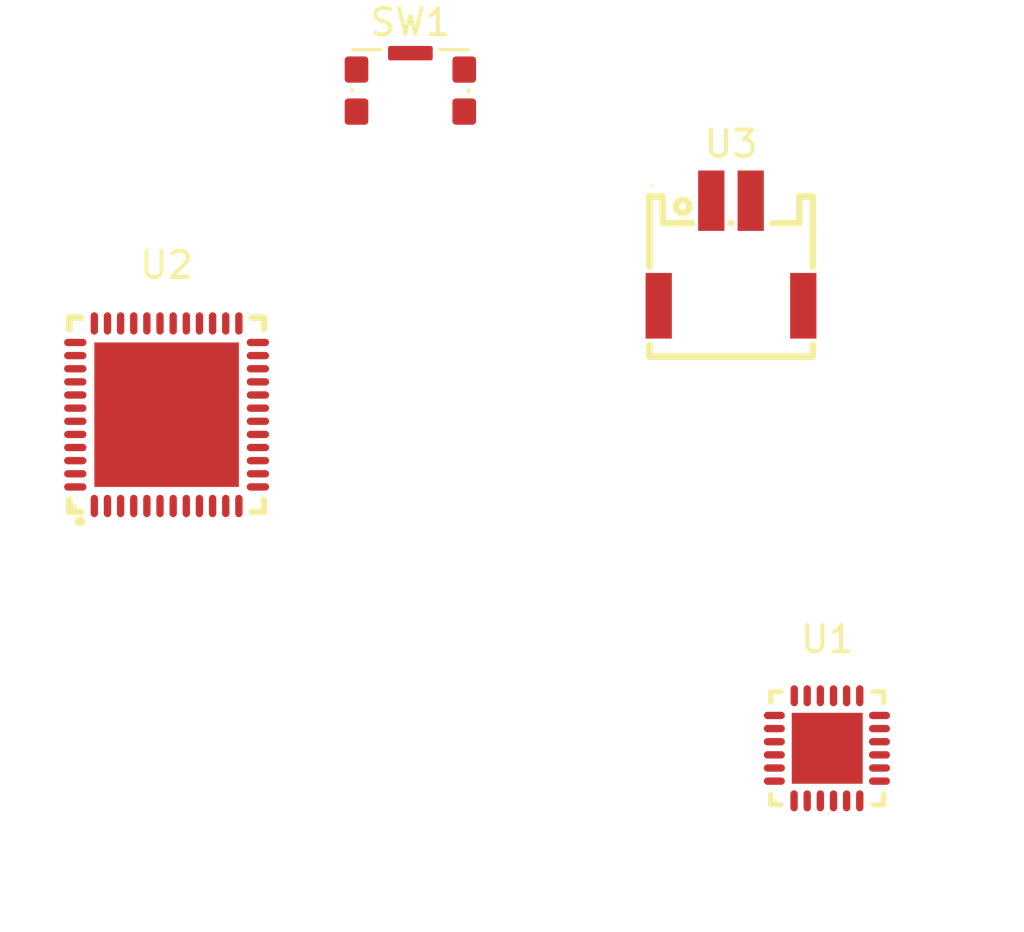
<source format=kicad_pcb>
(kicad_pcb (version 20240108) (generator "pcbnew") (generator_version "8.0")
  (layers (0 "F.Cu" signal) (31 "B.Cu" signal) (34 "B.Paste" user) (35 "F.Paste" user) (36 "B.SilkS" user "B.Silkscreen") (37 "F.SilkS" user "F.Silkscreen") (38 "B.Mask" user) (39 "F.Mask" user) (44 "Edge.Cuts" user))
  (net 0 "")
  (footprint "footprint_lib:QFN-24_L4.0-W4.0-P0.50-BL-EP2.7" (layer "F.Cu") (at 126.139873 68.07)
    (property "Reference" "U1" (at 0.012459 -4.150114 0) (layer "F.SilkS"))
    (property "Value" "MPU-6050_C24112")
    (fp_line (start -2.137617 -2.150114) (end -1.737643 -2.150114) (stroke (width 0.2)) (layer "F.SilkS"))
    (fp_line (start -2.137617 -1.750013) (end -2.137617 -2.150114) (stroke (width 0.2)) (layer "F.SilkS"))
    (fp_line (start -2.137617 2.150165) (end -2.137617 1.750064) (stroke (width 0.2)) (layer "F.SilkS"))
    (fp_line (start -1.737643 2.150165) (end -2.137617 2.150165) (stroke (width 0.2)) (layer "F.SilkS"))
    (fp_line (start 2.162535 -2.150114) (end 1.76251 -2.150114) (stroke (width 0.2)) (layer "F.SilkS"))
    (fp_line (start 2.162535 -1.750013) (end 2.162535 -2.150114) (stroke (width 0.2)) (layer "F.SilkS"))
    (fp_line (start 2.162535 1.750064) (end 2.162535 2.150165) (stroke (width 0.2)) (layer "F.SilkS"))
    (fp_line (start 2.162535 2.150165) (end 1.76251 2.150165) (stroke (width 0.2)) (layer "F.SilkS"))
    (fp_circle (center -2 2) (end -1.970028 2) (stroke (width 0.059995)) (fill none) (layer "F.SilkS"))
    (pad "1" smd oval (at -1.249936 2) (size 0.28001 0.8) (layers "F.Cu" "F.Paste" "F.Mask"))
    (pad "2" smd oval (at -0.750064 2) (size 0.28001 0.8) (layers "F.Cu" "F.Paste" "F.Mask"))
    (pad "3" smd oval (at -0.249936 2) (size 0.28001 0.8) (layers "F.Cu" "F.Paste" "F.Mask"))
    (pad "4" smd oval (at 0.249936 2) (size 0.28001 0.8) (layers "F.Cu" "F.Paste" "F.Mask"))
    (pad "5" smd oval (at 0.750064 2) (size 0.28001 0.8) (layers "F.Cu" "F.Paste" "F.Mask"))
    (pad "6" smd oval (at 1.249936 2) (size 0.28001 0.8) (layers "F.Cu" "F.Paste" "F.Mask"))
    (pad "7" smd oval (at 2 1.249936) (size 0.8 0.28001) (layers "F.Cu" "F.Paste" "F.Mask"))
    (pad "8" smd oval (at 2 0.750064) (size 0.8 0.28001) (layers "F.Cu" "F.Paste" "F.Mask"))
    (pad "9" smd oval (at 2 0.249936) (size 0.8 0.28001) (layers "F.Cu" "F.Paste" "F.Mask"))
    (pad "10" smd oval (at 2 -0.249936) (size 0.8 0.28001) (layers "F.Cu" "F.Paste" "F.Mask"))
    (pad "11" smd oval (at 2 -0.750064) (size 0.8 0.28001) (layers "F.Cu" "F.Paste" "F.Mask"))
    (pad "12" smd oval (at 2 -1.249936) (size 0.8 0.28001) (layers "F.Cu" "F.Paste" "F.Mask"))
    (pad "13" smd oval (at 1.249936 -2) (size 0.28001 0.8) (layers "F.Cu" "F.Paste" "F.Mask"))
    (pad "14" smd oval (at 0.750064 -2) (size 0.28001 0.8) (layers "F.Cu" "F.Paste" "F.Mask"))
    (pad "15" smd oval (at 0.249936 -2) (size 0.28001 0.8) (layers "F.Cu" "F.Paste" "F.Mask"))
    (pad "16" smd oval (at -0.249936 -2) (size 0.28001 0.8) (layers "F.Cu" "F.Paste" "F.Mask"))
    (pad "17" smd oval (at -0.750064 -2) (size 0.28001 0.8) (layers "F.Cu" "F.Paste" "F.Mask"))
    (pad "18" smd oval (at -1.242062 -2) (size 0.28001 0.8) (layers "F.Cu" "F.Paste" "F.Mask"))
    (pad "19" smd oval (at -2 -1.249936) (size 0.8 0.28001) (layers "F.Cu" "F.Paste" "F.Mask"))
    (pad "20" smd oval (at -2 -0.750064) (size 0.8 0.28001) (layers "F.Cu" "F.Paste" "F.Mask"))
    (pad "21" smd oval (at -2 -0.249936) (size 0.8 0.28001) (layers "F.Cu" "F.Paste" "F.Mask"))
    (pad "22" smd oval (at -2 0.249936) (size 0.8 0.28001) (layers "F.Cu" "F.Paste" "F.Mask"))
    (pad "23" smd oval (at -2 0.750064) (size 0.8 0.28001) (layers "F.Cu" "F.Paste" "F.Mask"))
    (pad "24" smd oval (at -2 1.249936) (size 0.8 0.28001) (layers "F.Cu" "F.Paste" "F.Mask"))
    (pad "25" smd rect (at 0.012446 0) (size 2.7 2.7) (layers "F.Cu" "F.Paste" "F.Mask"))
  )
  (footprint "Button_Switch_SMD:SW_SPST_CK_KMS2xxGP" (layer "F.Cu") (at 110.29 43.03)
    (property "Reference" "SW1" (at 0 -2.6 0) (layer "F.SilkS"))
    (property "Value" "CK_KMS2xxG")
    (fp_line (start -2.21 -1.56) (end -1.11 -1.56) (stroke (width 0.12)) (layer "F.SilkS"))
    (fp_line (start -2.21 -0.04) (end -2.21 0.04) (stroke (width 0.12)) (layer "F.SilkS"))
    (fp_line (start 1.11 -1.56) (end 2.21 -1.56) (stroke (width 0.12)) (layer "F.SilkS"))
    (fp_line (start 2.21 -0.04) (end 2.21 0.04) (stroke (width 0.12)) (layer "F.SilkS"))
    (pad "" np_thru_hole circle (at -0.975 0.75) (size 0.9 0.9) (drill 0.9) (layers "F&B.Cu" "*.Mask"))
    (pad "" np_thru_hole circle (at 0.975 0.75) (size 0.9 0.9) (drill 0.9) (layers "F&B.Cu" "*.Mask"))
    (pad "1" smd roundrect (at -2.05 -0.8) (size 0.9 1) (layers "F.Cu" "F.Paste" "F.Mask") (roundrect_rratio 0.15))
    (pad "1" smd roundrect (at 2.05 -0.8) (size 0.9 1) (layers "F.Cu" "F.Paste" "F.Mask") (roundrect_rratio 0.15))
    (pad "2" smd roundrect (at -2.05 0.8) (size 0.9 1) (layers "F.Cu" "F.Paste" "F.Mask") (roundrect_rratio 0.15))
    (pad "2" smd roundrect (at 2.05 0.8) (size 0.9 1) (layers "F.Cu" "F.Paste" "F.Mask") (roundrect_rratio 0.15))
    (pad "SH" smd roundrect (at 0 -1.425) (size 1.7 0.55) (layers "F.Cu" "F.Paste" "F.Mask") (roundrect_rratio 0.15))
  )
  (footprint "footprint_lib:CONN-SMD_2P-P1.50_XUNPU_WAFER-ZH1.5-2PWB" (layer "F.Cu") (at 122.489975 49.222996)
    (property "Reference" "U3" (at 0.000152 -4.159004 0) (layer "F.SilkS"))
    (property "Value" "WAFER-ZH1_5-2PWB")
    (fp_line (start -3.108077 -2.159004) (end -3.108077 0.518923) (stroke (width 0.254001)) (layer "F.SilkS"))
    (fp_line (start -3.108077 -2.159004) (end -2.600076 -2.159004) (stroke (width 0.254001)) (layer "F.SilkS"))
    (fp_line (start -3.108001 3.936982) (end -3.108001 3.481153) (stroke (width 0.254001)) (layer "F.SilkS"))
    (fp_line (start -2.600076 -2.159004) (end -2.600076 -1.143002) (stroke (width 0.254001)) (layer "F.SilkS"))
    (fp_line (start -2.600076 -1.143002) (end -2.346076 -1.143002) (stroke (width 0.254001)) (layer "F.SilkS"))
    (fp_line (start -1.572238 -1.143002) (end -2.346076 -1.143002) (stroke (width 0.254001)) (layer "F.SilkS"))
    (fp_line (start -1.572238 -1.143002) (end -1.481153 -1.143002) (stroke (width 0.254001)) (layer "F.SilkS"))
    (fp_line (start -0.018847 -1.143002) (end 0.018847 -1.143002) (stroke (width 0.254001)) (layer "F.SilkS"))
    (fp_line (start 2.600381 -2.159004) (end 2.600381 -1.143002) (stroke (width 0.254001)) (layer "F.SilkS"))
    (fp_line (start 2.600381 -2.159004) (end 2.600381 -1.143002) (stroke (width 0.254001)) (layer "F.SilkS"))
    (fp_line (start 2.600381 -1.143002) (end 1.572593 -1.143002) (stroke (width 0.254001)) (layer "F.SilkS"))
    (fp_line (start 3.108001 3.936982) (end -3.108001 3.936982) (stroke (width 0.254001)) (layer "F.SilkS"))
    (fp_line (start 3.108077 0.518923) (end 3.108077 0.529769) (stroke (width 0.254001)) (layer "F.SilkS"))
    (fp_line (start 3.108077 3.937008) (end 3.108077 3.481153) (stroke (width 0.254001)) (layer "F.SilkS"))
    (fp_line (start 3.108382 -2.159004) (end 2.600381 -2.159004) (stroke (width 0.254001)) (layer "F.SilkS"))
    (fp_line (start 3.108382 -2.159004) (end 2.600381 -2.159004) (stroke (width 0.254001)) (layer "F.SilkS"))
    (fp_line (start 3.108382 0.518923) (end 3.108382 -2.159004) (stroke (width 0.254001)) (layer "F.SilkS"))
    (fp_line (start 3.108382 0.518923) (end 3.108382 -2.159004) (stroke (width 0.254001)) (layer "F.SilkS"))
    (fp_circle (center -2.999594 -2.569622) (end -2.969596 -2.569622) (stroke (width 0.059995)) (fill none) (layer "F.SilkS"))
    (fp_circle (center -1.838176 -1.778004) (end -1.711176 -1.778004) (stroke (width 0.254001)) (fill none) (layer "F.SilkS"))
    (pad "1" smd rect (at -0.750038 -2) (size 1 2.3) (layers "F.Cu" "F.Paste" "F.Mask"))
    (pad "2" smd rect (at 0.750089 -2) (size 1 2.3) (layers "F.Cu" "F.Paste" "F.Mask"))
    (pad "3" smd rect (at 2.750089 2) (size 1 2.5) (layers "F.Cu" "F.Paste" "F.Mask"))
    (pad "4" smd rect (at -2.750038 2) (size 1 2.5) (layers "F.Cu" "F.Paste" "F.Mask"))
  )
  (footprint "footprint_lib:VQFN-48_L7.0-W7.0-P0.50-BL-EP5.5" (layer "F.Cu") (at 101.014727 55.370064)
    (property "Reference" "U2" (at 0.000102 -5.700127 0) (layer "F.SilkS"))
    (property "Value" "STM32L431CCU6")
    (fp_line (start -3.699924 -3.700127) (end -3.249835 -3.700127) (stroke (width 0.254001)) (layer "F.SilkS"))
    (fp_line (start -3.699924 -3.250038) (end -3.699924 -3.700127) (stroke (width 0.254001)) (layer "F.SilkS"))
    (fp_line (start -3.699924 3.699924) (end -3.699924 3.249835) (stroke (width 0.254001)) (layer "F.SilkS"))
    (fp_line (start -3.249835 3.699924) (end -3.699924 3.699924) (stroke (width 0.254001)) (layer "F.SilkS"))
    (fp_line (start 3.250038 3.699924) (end 3.700127 3.699924) (stroke (width 0.254001)) (layer "F.SilkS"))
    (fp_line (start 3.700127 -3.700127) (end 3.250038 -3.700127) (stroke (width 0.254001)) (layer "F.SilkS"))
    (fp_line (start 3.700127 -3.250038) (end 3.700127 -3.700127) (stroke (width 0.254001)) (layer "F.SilkS"))
    (fp_line (start 3.700127 3.699924) (end 3.700127 3.249835) (stroke (width 0.254001)) (layer "F.SilkS"))
    (fp_circle (center -3.499873 3.500127) (end -3.469901 3.500127) (stroke (width 0.059995)) (fill none) (layer "F.SilkS"))
    (fp_circle (center -3.302007 4.064008) (end -3.20193 4.064008) (stroke (width 0.2)) (fill none) (layer "F.SilkS"))
    (pad "1" smd oval (at -2.750064 3.474727) (size 0.28001 0.850013) (layers "F.Cu" "F.Paste" "F.Mask"))
    (pad "2" smd oval (at -2.249936 3.474727) (size 0.28001 0.850013) (layers "F.Cu" "F.Paste" "F.Mask"))
    (pad "3" smd oval (at -1.750064 3.474727) (size 0.28001 0.850013) (layers "F.Cu" "F.Paste" "F.Mask"))
    (pad "4" smd oval (at -1.249936 3.474727) (size 0.28001 0.850013) (layers "F.Cu" "F.Paste" "F.Mask"))
    (pad "5" smd oval (at -0.750064 3.474727) (size 0.28001 0.850013) (layers "F.Cu" "F.Paste" "F.Mask"))
    (pad "6" smd oval (at -0.249936 3.474727) (size 0.28001 0.850013) (layers "F.Cu" "F.Paste" "F.Mask"))
    (pad "7" smd oval (at 0.249936 3.474727) (size 0.28001 0.850013) (layers "F.Cu" "F.Paste" "F.Mask"))
    (pad "8" smd oval (at 0.750064 3.474727) (size 0.28001 0.850013) (layers "F.Cu" "F.Paste" "F.Mask"))
    (pad "9" smd oval (at 1.249936 3.474727) (size 0.28001 0.850013) (layers "F.Cu" "F.Paste" "F.Mask"))
    (pad "10" smd oval (at 1.750064 3.474727) (size 0.28001 0.850013) (layers "F.Cu" "F.Paste" "F.Mask"))
    (pad "11" smd oval (at 2.249936 3.474727) (size 0.28001 0.850013) (layers "F.Cu" "F.Paste" "F.Mask"))
    (pad "12" smd oval (at 2.750064 3.474727) (size 0.28001 0.850013) (layers "F.Cu" "F.Paste" "F.Mask"))
    (pad "13" smd oval (at 3.474727 2.750064) (size 0.850013 0.28001) (layers "F.Cu" "F.Paste" "F.Mask"))
    (pad "14" smd oval (at 3.474727 2.249936) (size 0.850013 0.28001) (layers "F.Cu" "F.Paste" "F.Mask"))
    (pad "15" smd oval (at 3.474727 1.750064) (size 0.850013 0.28001) (layers "F.Cu" "F.Paste" "F.Mask"))
    (pad "16" smd oval (at 3.474727 1.249936) (size 0.850013 0.28001) (layers "F.Cu" "F.Paste" "F.Mask"))
    (pad "17" smd oval (at 3.474727 0.750064) (size 0.850013 0.28001) (layers "F.Cu" "F.Paste" "F.Mask"))
    (pad "18" smd oval (at 3.474727 0.249936) (size 0.850013 0.28001) (layers "F.Cu" "F.Paste" "F.Mask"))
    (pad "19" smd oval (at 3.474727 -0.249936) (size 0.850013 0.28001) (layers "F.Cu" "F.Paste" "F.Mask"))
    (pad "20" smd oval (at 3.474727 -0.750064) (size 0.850013 0.28001) (layers "F.Cu" "F.Paste" "F.Mask"))
    (pad "21" smd oval (at 3.474727 -1.249936) (size 0.850013 0.28001) (layers "F.Cu" "F.Paste" "F.Mask"))
    (pad "22" smd oval (at 3.474727 -1.750064) (size 0.850013 0.28001) (layers "F.Cu" "F.Paste" "F.Mask"))
    (pad "23" smd oval (at 3.474727 -2.249936) (size 0.850013 0.28001) (layers "F.Cu" "F.Paste" "F.Mask"))
    (pad "24" smd oval (at 3.474727 -2.750064) (size 0.850013 0.28001) (layers "F.Cu" "F.Paste" "F.Mask"))
    (pad "25" smd oval (at 2.750064 -3.474727) (size 0.28001 0.850013) (layers "F.Cu" "F.Paste" "F.Mask"))
    (pad "26" smd oval (at 2.249936 -3.474727) (size 0.28001 0.850013) (layers "F.Cu" "F.Paste" "F.Mask"))
    (pad "27" smd oval (at 1.750064 -3.474727) (size 0.28001 0.850013) (layers "F.Cu" "F.Paste" "F.Mask"))
    (pad "28" smd oval (at 1.249936 -3.474727) (size 0.28001 0.850013) (layers "F.Cu" "F.Paste" "F.Mask"))
    (pad "29" smd oval (at 0.750064 -3.474727) (size 0.28001 0.850013) (layers "F.Cu" "F.Paste" "F.Mask"))
    (pad "30" smd oval (at 0.249936 -3.474727) (size 0.28001 0.850013) (layers "F.Cu" "F.Paste" "F.Mask"))
    (pad "31" smd oval (at -0.249936 -3.474727) (size 0.28001 0.850013) (layers "F.Cu" "F.Paste" "F.Mask"))
    (pad "32" smd oval (at -0.750064 -3.474727) (size 0.28001 0.850013) (layers "F.Cu" "F.Paste" "F.Mask"))
    (pad "33" smd oval (at -1.249936 -3.474727) (size 0.28001 0.850013) (layers "F.Cu" "F.Paste" "F.Mask"))
    (pad "34" smd oval (at -1.750064 -3.474727) (size 0.28001 0.850013) (layers "F.Cu" "F.Paste" "F.Mask"))
    (pad "35" smd oval (at -2.249936 -3.474727) (size 0.28001 0.850013) (layers "F.Cu" "F.Paste" "F.Mask"))
    (pad "36" smd oval (at -2.750064 -3.474727) (size 0.28001 0.850013) (layers "F.Cu" "F.Paste" "F.Mask"))
    (pad "37" smd oval (at -3.474727 -2.750064) (size 0.850013 0.28001) (layers "F.Cu" "F.Paste" "F.Mask"))
    (pad "38" smd oval (at -3.474727 -2.249936) (size 0.850013 0.28001) (layers "F.Cu" "F.Paste" "F.Mask"))
    (pad "39" smd oval (at -3.474727 -1.750064) (size 0.850013 0.28001) (layers "F.Cu" "F.Paste" "F.Mask"))
    (pad "40" smd oval (at -3.474727 -1.249936) (size 0.850013 0.28001) (layers "F.Cu" "F.Paste" "F.Mask"))
    (pad "41" smd oval (at -3.474727 -0.750064) (size 0.850013 0.28001) (layers "F.Cu" "F.Paste" "F.Mask"))
    (pad "42" smd oval (at -3.474727 -0.249936) (size 0.850013 0.28001) (layers "F.Cu" "F.Paste" "F.Mask"))
    (pad "43" smd oval (at -3.474727 0.249936) (size 0.850013 0.28001) (layers "F.Cu" "F.Paste" "F.Mask"))
    (pad "44" smd oval (at -3.474727 0.750064) (size 0.850013 0.28001) (layers "F.Cu" "F.Paste" "F.Mask"))
    (pad "45" smd oval (at -3.474727 1.249936) (size 0.850013 0.28001) (layers "F.Cu" "F.Paste" "F.Mask"))
    (pad "46" smd oval (at -3.474727 1.750064) (size 0.850013 0.28001) (layers "F.Cu" "F.Paste" "F.Mask"))
    (pad "47" smd oval (at -3.474727 2.249936) (size 0.850013 0.28001) (layers "F.Cu" "F.Paste" "F.Mask"))
    (pad "48" smd oval (at -3.474727 2.750064) (size 0.850013 0.28001) (layers "F.Cu" "F.Paste" "F.Mask"))
    (pad "49" smd rect (at 0 0) (size 5.5 5.5) (layers "F.Cu" "F.Paste" "F.Mask"))
  )
)
</source>
